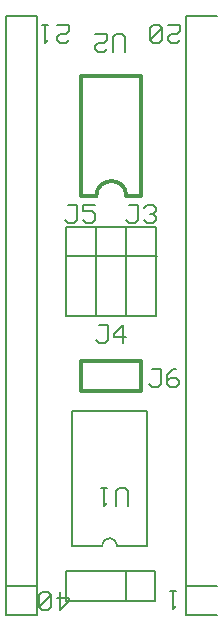
<source format=gbr>
G04 GERBER ASCII OUTPUT FROM: EDWIN 2000 (VER. 1.1 REV. 20011025)*
G04 GERBER FORMAT: RX-274-X*
G04 BOARD: 8-PIN_ADAPTER*
G04 ARTWORK OF COMP.PRINT POSITIVE*
%ASAXBY*%
%FSLAX23Y23*%
%MIA0B0*%
%MOIN*%
%OFA0.0000B0.0000*%
%SFA1B1*%
%IJA0B0*%
%INLAYER0POS*%
%IOA0B0*%
%IPPOS*%
%IR0*%
G04 APERTURE MACROS*
%AMEDWDONUT*
1,1,$1,$2,$3*
1,0,$4,$2,$3*
%
%AMEDWFRECT*
2,1,$1,$2,$3,$4,$5,$6*
%
%AMEDWORECT*
2,1,$1,$2,$3,$4,$5,$10*
2,1,$1,$4,$5,$6,$7,$10*
2,1,$1,$6,$7,$8,$9,$10*
2,1,$1,$8,$9,$2,$3,$10*
1,1,$1,$2,$3*
1,1,$1,$4,$5*
1,1,$1,$6,$7*
1,1,$1,$8,$9*
%
%AMEDWLINER*
2,1,$1,$2,$3,$4,$5,$6*
1,1,$1,$2,$3*
1,1,$1,$4,$5*
%
%AMEDWFTRNG*
4,1,3,$1,$2,$3,$4,$5,$6,$7,$8,$9*
%
%AMEDWATRNG*
4,1,3,$1,$2,$3,$4,$5,$6,$7,$8,$9*
2,1,$11,$1,$2,$3,$4,$10*
2,1,$11,$3,$4,$5,$6,$10*
2,1,$11,$5,$6,$7,$8,$10*
1,1,$11,$3,$4*
1,1,$11,$5,$6*
1,1,$11,$7,$8*
%
%AMEDWOTRNG*
2,1,$1,$2,$3,$4,$5,$8*
2,1,$1,$4,$5,$6,$7,$8*
2,1,$1,$6,$7,$2,$3,$8*
1,1,$1,$2,$3*
1,1,$1,$4,$5*
1,1,$1,$6,$7*
%
G04*
G04 APERTURE LIST*
%ADD10R,0.0700X0.0700*%
%ADD11R,0.0940X0.0940*%
%ADD12R,0.0600X0.0600*%
%ADD13R,0.0840X0.0840*%
%ADD14R,0.0900X0.0350*%
%ADD15R,0.1140X0.0590*%
%ADD16R,0.0800X0.0250*%
%ADD17R,0.1040X0.0490*%
%ADD18R,0.0900X0.0900*%
%ADD19R,0.1140X0.1140*%
%ADD20R,0.0800X0.0800*%
%ADD21R,0.1040X0.1040*%
%ADD22C,0.0010*%
%ADD24C,0.0020*%
%ADD25R,0.0020X0.0020*%
%ADD26C,0.0030*%
%ADD27R,0.0030X0.0030*%
%ADD28C,0.0040*%
%ADD29R,0.0040X0.0040*%
%ADD30C,0.0050*%
%ADD31R,0.0050X0.0050*%
%ADD32C,0.00787*%
%ADD33R,0.00787X0.00787*%
%ADD34C,0.0080*%
%ADD36C,0.00984*%
%ADD37R,0.00984X0.00984*%
%ADD38C,0.0120*%
%ADD40C,0.0120*%
%ADD42C,0.0130*%
%ADD44C,0.01378*%
%ADD46C,0.01969*%
%ADD47R,0.01969X0.01969*%
%ADD48C,0.0290*%
%ADD50C,0.03187*%
%ADD52C,0.0320*%
%ADD54C,0.0360*%
%ADD56C,0.0370*%
%ADD58C,0.03778*%
%ADD60C,0.03937*%
%ADD61R,0.03937X0.03937*%
%ADD62C,0.0480*%
%ADD63R,0.0480X0.0480*%
%ADD64C,0.0500*%
%ADD65R,0.0500X0.0500*%
%ADD66C,0.0540*%
%ADD67R,0.0540X0.0540*%
%ADD68C,0.0560*%
%ADD69R,0.0560X0.0560*%
%ADD70C,0.05906*%
%ADD71R,0.05906X0.05906*%
%ADD72C,0.0600*%
%ADD73R,0.0600X0.0600*%
%ADD74C,0.0620*%
%ADD75R,0.0620X0.0620*%
%ADD76C,0.06339*%
%ADD77R,0.06339X0.06339*%
%ADD78C,0.06906*%
%ADD79R,0.06906X0.06906*%
%ADD80C,0.0700*%
%ADD81R,0.0700X0.0700*%
%ADD82C,0.0720*%
%ADD83R,0.0720X0.0720*%
%ADD84C,0.0780*%
%ADD85R,0.0780X0.0780*%
%ADD86C,0.0800*%
%ADD87R,0.0800X0.0800*%
%ADD88C,0.0840*%
%ADD89R,0.0840X0.0840*%
%ADD90C,0.0860*%
%ADD92C,0.0900*%
%ADD93R,0.0900X0.0900*%
%ADD94C,0.0940*%
%ADD95R,0.0940X0.0940*%
%ADD96C,0.1040*%
%ADD97R,0.1040X0.1040*%
%ADD98C,0.1100*%
%ADD100C,0.1140*%
%ADD101R,0.1140X0.1140*%
%ADD103R,0.1600X0.1600*%
%ADD105R,0.1660X0.1660*%
%ADD107R,0.1840X0.1840*%
%ADD109R,0.1900X0.1900*%
%ADD110C,0.2900*%
%ADD111R,0.2900X0.2900*%
%ADD112C,0.3900*%
%ADD113R,0.3900X0.3900*%
%ADD114C,0.4900*%
%ADD115R,0.4900X0.4900*%
%ADD116C,0.5900*%
%ADD117R,0.5900X0.5900*%
%ADD118C,0.6900*%
%ADD119R,0.6900X0.6900*%
%ADD120C,0.7900*%
%ADD121R,0.7900X0.7900*%
%ADD122C,0.8900*%
%ADD123R,0.8900X0.8900*%
%ADD124C,0.9900*%
%ADD125R,0.9900X0.9900*%
%ADD126C,1.0900*%
%ADD127R,1.0900X1.0900*%
%ADD128C,1.1900*%
%ADD129R,1.1900X1.1900*%
%ADD130C,1.2900*%
%ADD131R,1.2900X1.2900*%
%ADD132C,1.3900*%
%ADD133R,1.3900X1.3900*%
%ADD134C,1.4900*%
%ADD135R,1.4900X1.4900*%
%ADD136C,1.5900*%
%ADD137R,1.5900X1.5900*%
%ADD138C,1.6900*%
%ADD139R,1.6900X1.6900*%
%ADD140C,1.7900*%
%ADD141R,1.7900X1.7900*%
%ADD142C,1.8900*%
%ADD143R,1.8900X1.8900*%
%ADD144C,1.9900*%
%ADD145R,1.9900X1.9900*%
G04*
D42* 
X350Y1400D02*
X300Y1400D01*
X300Y1800D01*
X500Y1800D01*
X500Y1400D01*
X450Y1400D01*
G75*
G01X450Y1400D02*
G03X350Y1400I-50J0D01*
G01*
D30* 
X446Y1879D02*
X446Y1929D01*
X436Y1939D01*
X416Y1939D01*
X406Y1929D01*
X406Y1879D01*
X386Y1889D02*
X376Y1879D01*
X356Y1879D01*
X346Y1889D01*
X346Y1899D01*
X356Y1909D01*
X376Y1909D01*
X386Y1919D01*
X386Y1939D01*
X346Y1939D01*
D34* 
X270Y235D02*
X270Y685D01*
X520Y235D02*
X520Y685D01*
X369Y235D02*
X270Y235D01*
X419Y235D02*
X519Y235D01*
G75*
G01X419Y235D02*
G03X369Y235I-25J0D01*
G01*
X520Y685D02*
X270Y685D01*
D30* 
X457Y368D02*
X457Y418D01*
X447Y428D01*
X427Y428D01*
X417Y418D01*
X417Y368D01*
X387Y428D02*
X367Y428D01*
X377Y428D02*
X377Y368D01*
X387Y378D01*
X650Y3D02*
X650Y2002D01*
X751Y2002D01*
X751Y3D01*
X650Y3D01*
X751Y100D02*
X649Y100D01*
X50Y3D02*
X50Y2002D01*
X151Y2002D01*
X151Y3D01*
X50Y3D01*
X151Y100D02*
X49Y100D01*
X550Y1297D02*
X550Y1000D01*
X450Y1000D01*
X450Y1297D01*
X550Y1297D01*
X449Y1200D02*
X551Y1200D01*
D32* 
X448Y1322D02*
X458Y1312D01*
X478Y1312D01*
X488Y1322D01*
X488Y1372D01*
X458Y1372D01*
X508Y1362D02*
X518Y1372D01*
X538Y1372D01*
X548Y1362D01*
X548Y1352D01*
X538Y1342D01*
X528Y1342D01*
X538Y1342D02*
X548Y1332D01*
X548Y1322D01*
X538Y1312D01*
X518Y1312D01*
X508Y1322D01*
D30* 
X350Y1297D02*
X350Y1000D01*
X250Y1000D01*
X250Y1297D01*
X350Y1297D01*
X249Y1200D02*
X351Y1200D01*
D32* 
X348Y921D02*
X358Y911D01*
X378Y911D01*
X388Y921D01*
X388Y971D01*
X358Y971D01*
X448Y931D02*
X408Y931D01*
X408Y941D01*
X438Y971D01*
X438Y911D01*
D30* 
X450Y1297D02*
X450Y1000D01*
X350Y1000D01*
X350Y1297D01*
X450Y1297D01*
X349Y1200D02*
X451Y1200D01*
D32* 
X245Y1322D02*
X255Y1312D01*
X275Y1312D01*
X285Y1322D01*
X285Y1372D01*
X255Y1372D01*
X305Y1322D02*
X315Y1312D01*
X335Y1312D01*
X345Y1322D01*
X345Y1342D01*
X335Y1352D01*
X305Y1352D01*
X305Y1372D01*
X345Y1372D01*
D42* 
X500Y850D02*
X500Y750D01*
X300Y750D01*
X300Y850D01*
X500Y850D01*
D32* 
X524Y774D02*
X534Y764D01*
X554Y764D01*
X564Y774D01*
X564Y824D01*
X534Y824D01*
X584Y784D02*
X594Y794D01*
X614Y794D01*
X624Y784D01*
X624Y774D01*
X614Y764D01*
X594Y764D01*
X584Y774D01*
X584Y804D01*
X604Y824D01*
X614Y824D01*
D30* 
X547Y50D02*
X250Y50D01*
X250Y150D01*
X547Y150D01*
X547Y50D01*
X450Y151D02*
X450Y49D01*
D32* 
X615Y84D02*
X595Y84D01*
X605Y84D02*
X605Y24D01*
X615Y34D01*
X219Y60D02*
X259Y60D01*
X259Y50D01*
X229Y20D01*
X229Y80D01*
X199Y70D02*
X199Y30D01*
X189Y20D01*
X169Y20D01*
X159Y30D01*
X159Y70D01*
X169Y80D01*
X189Y80D01*
X199Y70D01*
X159Y30D01*
X629Y1922D02*
X619Y1912D01*
X599Y1912D01*
X589Y1922D01*
X589Y1932D01*
X599Y1942D01*
X619Y1942D01*
X629Y1952D01*
X629Y1972D01*
X589Y1972D01*
X569Y1962D02*
X569Y1922D01*
X559Y1912D01*
X539Y1912D01*
X529Y1922D01*
X529Y1962D01*
X539Y1972D01*
X559Y1972D01*
X569Y1962D01*
X529Y1922D01*
X259Y1922D02*
X249Y1912D01*
X229Y1912D01*
X219Y1922D01*
X219Y1932D01*
X229Y1942D01*
X249Y1942D01*
X259Y1952D01*
X259Y1972D01*
X219Y1972D01*
X189Y1972D02*
X169Y1972D01*
X179Y1972D02*
X179Y1912D01*
X189Y1922D01*
M02*

</source>
